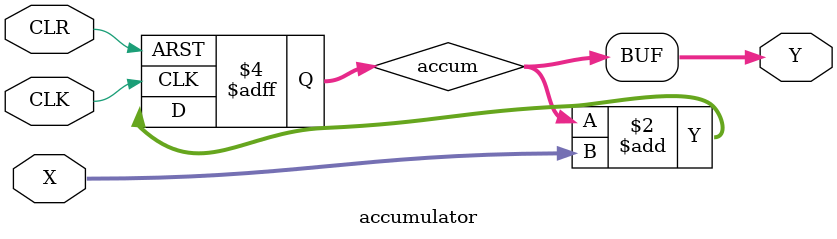
<source format=v>
module accumulator #(parameter Nbits = 14)
             (X, Y, CLK, CLR);

  input CLK;
  input CLR;

  input  [Nbits-1:0] X;
  output [Nbits-1:0] Y;
  reg [Nbits-1:0] accum=0; 

  //reg Y;

  always @(posedge CLK or posedge CLR)
  begin
     if (CLR)
      accum[Nbits-1:0] <= 0;
     else
       accum[Nbits-1:0] <= accum[Nbits-1:0] + X[Nbits-1:0];
  end

  assign Y = accum;

endmodule

</source>
